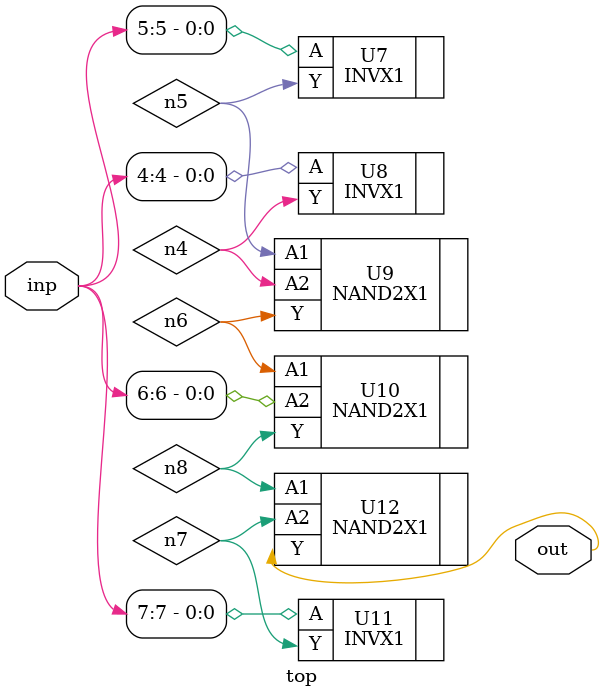
<source format=sv>


module top ( inp, out );
  input [7:0] inp;
  output out;
  wire   n4, n5, n6, n7, n8;

  INVX1 U7 ( .A(inp[5]), .Y(n5) );
  INVX1 U8 ( .A(inp[4]), .Y(n4) );
  NAND2X1 U9 ( .A1(n5), .A2(n4), .Y(n6) );
  NAND2X1 U10 ( .A1(n6), .A2(inp[6]), .Y(n8) );
  INVX1 U11 ( .A(inp[7]), .Y(n7) );
  NAND2X1 U12 ( .A1(n8), .A2(n7), .Y(out) );
endmodule


</source>
